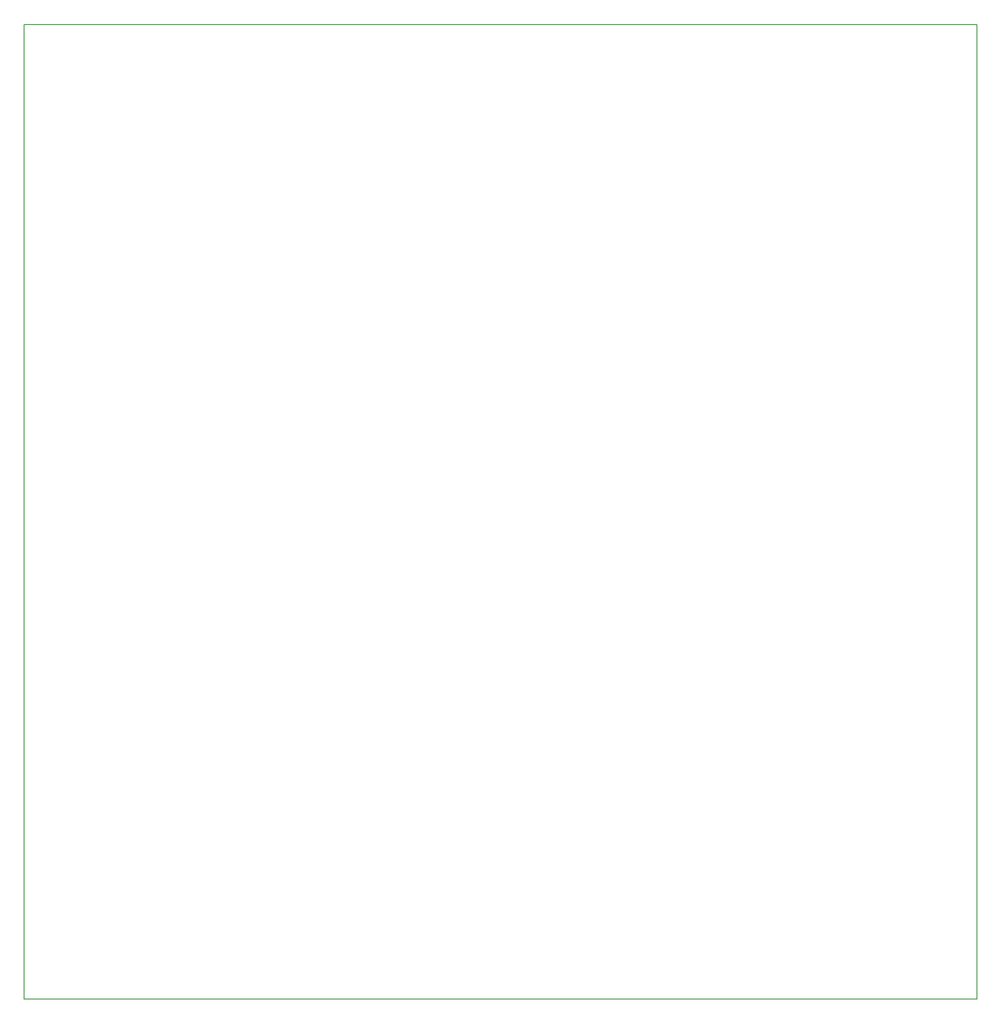
<source format=gbr>
G04 #@! TF.GenerationSoftware,KiCad,Pcbnew,5.0.0-rc2-dev-unknown-5a90858~64~ubuntu16.04.1*
G04 #@! TF.CreationDate,2018-12-18T14:43:23-05:00*
G04 #@! TF.ProjectId,ferrofluid_display,666572726F666C7569645F646973706C,rev?*
G04 #@! TF.SameCoordinates,Original*
G04 #@! TF.FileFunction,Profile,NP*
%FSLAX46Y46*%
G04 Gerber Fmt 4.6, Leading zero omitted, Abs format (unit mm)*
G04 Created by KiCad (PCBNEW 5.0.0-rc2-dev-unknown-5a90858~64~ubuntu16.04.1) date Tue Dec 18 14:43:23 2018*
%MOMM*%
%LPD*%
G01*
G04 APERTURE LIST*
%ADD10C,0.150000*%
G04 APERTURE END LIST*
D10*
X106000000Y-203000000D02*
X106000000Y-18000000D01*
X287000000Y-203000000D02*
X106000000Y-203000000D01*
X287000000Y-18000000D02*
X287000000Y-203000000D01*
X106000000Y-18000000D02*
X287000000Y-18000000D01*
M02*

</source>
